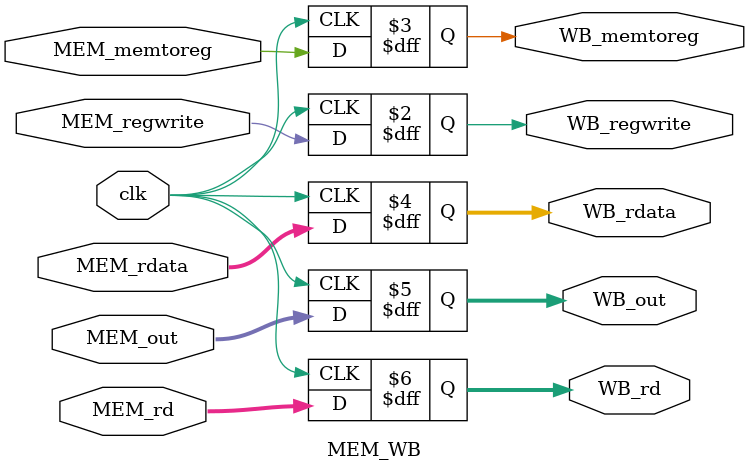
<source format=v>
module MEM_WB (
    input clk,
    input MEM_regwrite,
    input MEM_memtoreg,
    input [18:0] MEM_rdata,
    input [18:0] MEM_out,
    input [2:0] MEM_rd,
    output reg WB_regwrite,
    output reg WB_memtoreg,
    output reg [18:0] WB_rdata,
    output reg [18:0] WB_out,
    output reg [2:0] WB_rd
);

always @(posedge clk ) begin
    WB_regwrite <= MEM_regwrite;
    WB_memtoreg <= MEM_memtoreg;
    WB_rdata <= MEM_rdata;
    WB_out <= MEM_out;
    WB_rd <= MEM_rd;
end
    
endmodule

</source>
